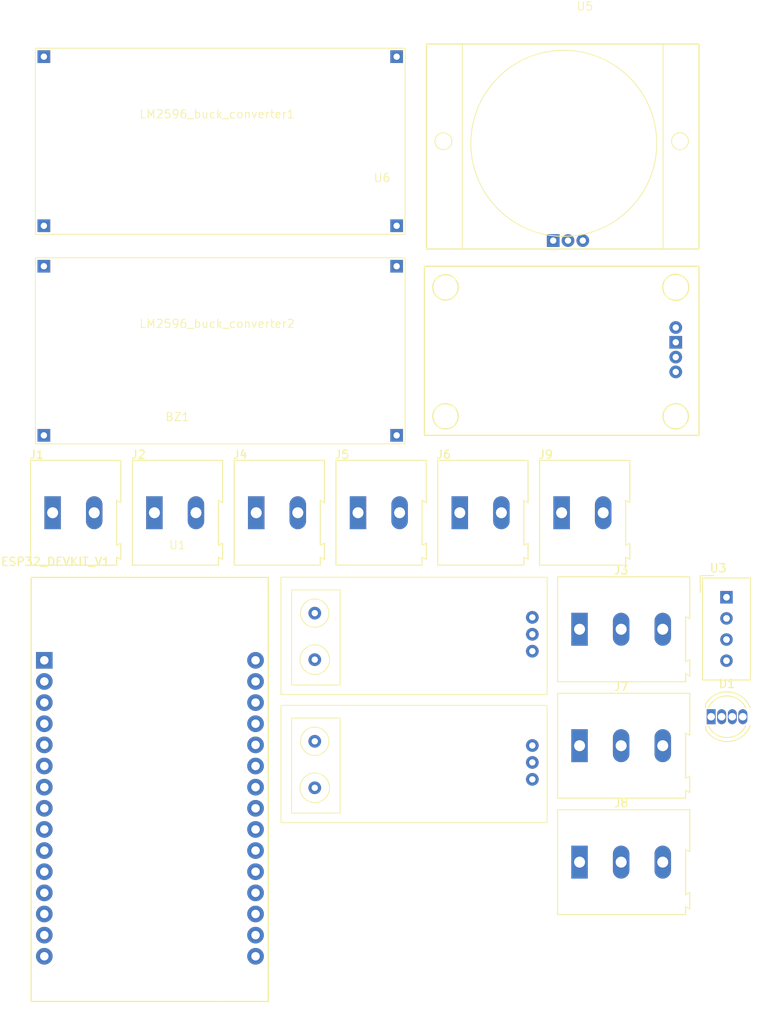
<source format=kicad_pcb>
(kicad_pcb (version 20221018) (generator pcbnew)
  (layers (0 "F.Cu" signal) (31 "B.Cu" signal) (34 "B.Paste" user) (35 "F.Paste" user) (36 "B.SilkS" user "B.Silkscreen") (37 "F.SilkS" user "F.Silkscreen") (38 "B.Mask" user) (39 "F.Mask" user) (44 "Edge.Cuts" user))
  (net 0 "")
  (net 1 "BUZZ")
  (net 2 "GND")
  (net 3 "RED")
  (net 4 "BLUE")
  (net 5 "GREEN")
  (net 9 "ACS")
  (net 11 "PIR")
  (net 12 "SDA")
  (net 15 "+3.3V")
  (net 16 "3V3")
  (net 19 "MQ2")
  (net 21 "DHT")
  (net 24 "RELAY")
  (net 25 "MISO")
  (net 29 "SCK")
  (net 30 "MOSI")
  (net 31 "5V")
  (net 32 "-5V")
  (net 33 "12V")
  (net 34 "IP+")
  (net 35 "IP-")
  (net 36 "+12V")
  (net 37 "-12V")
  (net 38 "3.3V")
  (net 39 "+5V")
  (footprint "esp32:MODULE_ESP32_DEVKIT_V1" (layer "F.Cu") (at -76.37 110.335)
    (fp_text reference "ESP32_DEVKIT_V1" (at -11.355 -27.36) (layer "F.SilkS"))
    (fp_text value "~")
    (fp_line (start -14.28 -25.475) (end -3.211 -25.475) (stroke (width 0.127)) (layer "F.SilkS"))
    (fp_line (start -14.28 -25.475) (end 14.23 -25.475) (stroke (width 0.127)) (layer "F.SilkS"))
    (fp_line (start -14.28 25.475) (end -14.28 -25.475) (stroke (width 0.127)) (layer "F.SilkS"))
    (fp_line (start -14.28 25.475) (end -14.28 -25.475) (stroke (width 0.127)) (layer "F.SilkS"))
    (fp_line (start -14.28 25.475) (end -8.91 25.475) (stroke (width 0.127)) (layer "F.SilkS"))
    (fp_line (start -8.91 25.475) (end 8.78 25.475) (stroke (width 0.127)) (layer "F.SilkS"))
    (fp_line (start -3.211 -25.475) (end 3.5 -25.475) (stroke (width 0.127)) (layer "F.SilkS"))
    (fp_line (start 3.5 -25.475) (end 14.23 -25.475) (stroke (width 0.127)) (layer "F.SilkS"))
    (fp_line (start 8.78 25.475) (end 14.23 25.475) (stroke (width 0.127)) (layer "F.SilkS"))
    (fp_line (start 14.23 -25.475) (end 14.23 25.475) (stroke (width 0.127)) (layer "F.SilkS"))
    (fp_line (start 14.23 -25.475) (end 14.23 25.475) (stroke (width 0.127)) (layer "F.SilkS"))
    (fp_line (start 14.23 25.475) (end -14.28 25.475) (stroke (width 0.127)) (layer "F.SilkS"))
    (pad "" np_thru_hole circle (at -12.28 -23.475) (size 3 3) (drill 3) (layers "*.Cu" "*.Mask"))
    (pad "" np_thru_hole circle (at -12.28 23.475) (size 3 3) (drill 3) (layers "*.Cu" "*.Mask"))
    (pad "" np_thru_hole circle (at 12.23 -23.475) (size 3 3) (drill 3) (layers "*.Cu" "*.Mask"))
    (pad "" np_thru_hole circle (at 12.23 23.475) (size 3 3) (drill 3) (layers "*.Cu" "*.Mask"))
    (pad "1" thru_hole rect (at -12.7 -15.515) (size 2 2) (drill 1.02) (layers "*.Cu" "*.Mask"))
    (pad "2" thru_hole circle (at -12.7 -12.975) (size 2 2) (drill 1.02) (layers "*.Cu" "*.Mask"))
    (pad "3" thru_hole circle (at -12.7 -10.435) (size 2 2) (drill 1.02) (layers "*.Cu" "*.Mask"))
    (pad "4" thru_hole circle (at -12.7 -7.895) (size 2 2) (drill 1.02) (layers "*.Cu" "*.Mask") (net 9 "ACS"))
    (pad "5" thru_hole circle (at -12.7 -5.355) (size 2 2) (drill 1.02) (layers "*.Cu" "*.Mask"))
    (pad "6" thru_hole circle (at -12.7 -2.815) (size 2 2) (drill 1.02) (layers "*.Cu" "*.Mask") (net 11 "PIR"))
    (pad "7" thru_hole circle (at -12.7 -0.275) (size 2 2) (drill 1.02) (layers "*.Cu" "*.Mask") (net 12 "SDA"))
    (pad "8" thru_hole circle (at -12.7 2.265) (size 2 2) (drill 1.02) (layers "*.Cu" "*.Mask") (net 1 "BUZZ"))
    (pad "9" thru_hole circle (at -12.7 4.805) (size 2 2) (drill 1.02) (layers "*.Cu" "*.Mask"))
    (pad "10" thru_hole circle (at -12.7 7.345) (size 2 2) (drill 1.02) (layers "*.Cu" "*.Mask"))
    (pad "11" thru_hole circle (at -12.7 9.885) (size 2 2) (drill 1.02) (layers "*.Cu" "*.Mask") (net 4 "BLUE"))
    (pad "12" thru_hole circle (at -12.7 12.425) (size 2 2) (drill 1.02) (layers "*.Cu" "*.Mask") (net 5 "GREEN"))
    (pad "13" thru_hole circle (at -12.7 14.965) (size 2 2) (drill 1.02) (layers "*.Cu" "*.Mask") (net 3 "RED"))
    (pad "14" thru_hole circle (at -12.7 17.505) (size 2 2) (drill 1.02) (layers "*.Cu" "*.Mask") (net 2 "GND"))
    (pad "15" thru_hole circle (at -12.7 20.045) (size 2 2) (drill 1.02) (layers "*.Cu" "*.Mask") (net 15 "+3.3V"))
    (pad "16" thru_hole circle (at 12.7 20.045) (size 2 2) (drill 1.02) (layers "*.Cu" "*.Mask") (net 16 "3V3"))
    (pad "17" thru_hole circle (at 12.7 17.505) (size 2 2) (drill 1.02) (layers "*.Cu" "*.Mask"))
    (pad "18" thru_hole circle (at 12.7 14.965) (size 2 2) (drill 1.02) (layers "*.Cu" "*.Mask"))
    (pad "19" thru_hole circle (at 12.7 12.425) (size 2 2) (drill 1.02) (layers "*.Cu" "*.Mask") (net 19 "MQ2"))
    (pad "20" thru_hole circle (at 12.7 9.885) (size 2 2) (drill 1.02) (layers "*.Cu" "*.Mask"))
    (pad "21" thru_hole circle (at 12.7 7.345) (size 2 2) (drill 1.02) (layers "*.Cu" "*.Mask") (net 21 "DHT"))
    (pad "22" thru_hole circle (at 12.7 4.805) (size 2 2) (drill 1.02) (layers "*.Cu" "*.Mask"))
    (pad "23" thru_hole circle (at 12.7 2.265) (size 2 2) (drill 1.02) (layers "*.Cu" "*.Mask"))
    (pad "24" thru_hole circle (at 12.7 -0.275) (size 2 2) (drill 1.02) (layers "*.Cu" "*.Mask") (net 24 "RELAY"))
    (pad "25" thru_hole circle (at 12.7 -2.815) (size 2 2) (drill 1.02) (layers "*.Cu" "*.Mask") (net 25 "MISO"))
    (pad "26" thru_hole circle (at 12.7 -5.355) (size 2 2) (drill 1.02) (layers "*.Cu" "*.Mask"))
    (pad "27" thru_hole circle (at 12.7 -7.895) (size 2 2) (drill 1.02) (layers "*.Cu" "*.Mask"))
    (pad "28" thru_hole circle (at 12.7 -10.435) (size 2 2) (drill 1.02) (layers "*.Cu" "*.Mask"))
    (pad "29" thru_hole circle (at 12.7 -12.975) (size 2 2) (drill 1.02) (layers "*.Cu" "*.Mask") (net 29 "SCK"))
    (pad "30" thru_hole circle (at 12.7 -15.515) (size 2 2) (drill 1.02) (layers "*.Cu" "*.Mask") (net 30 "MOSI"))
  )
  (footprint "LED_THT:LED_D5.0mm-4_RGB" (layer "F.Cu") (at -8.89 101.6)
    (fp_text reference "D1" (at 1.905 -3.96) (layer "F.SilkS"))
    (fp_text value "LED_RGBK")
    (fp_line (start -0.655 -1.545) (end -0.655 -1.08) (stroke (width 0.12)) (layer "F.SilkS"))
    (fp_line (start -0.655 1.08) (end -0.655 1.545) (stroke (width 0.12)) (layer "F.SilkS"))
    (fp_arc (start -0.655 -1.54483) (mid 2.163456 -2.978809) (end 4.692815 -1.080827) (stroke (width 0.12)) (layer "F.SilkS"))
    (fp_arc (start -0.349684 -1.08) (mid 1.904762 -2.5) (end 4.159479 -1.080429) (stroke (width 0.12)) (layer "F.SilkS"))
    (fp_arc (start 4.159479 1.080429) (mid 1.904762 2.5) (end -0.349684 1.08) (stroke (width 0.12)) (layer "F.SilkS"))
    (fp_arc (start 4.692815 1.080827) (mid 2.163456 2.978808) (end -0.655 1.54483) (stroke (width 0.12)) (layer "F.SilkS"))
    (pad "1" thru_hole rect (at 0 0) (size 1.07 1.8) (drill 0.9) (layers "*.Cu" "*.Mask") (net 3 "RED"))
    (pad "2" thru_hole oval (at 1.27 0) (size 1.07 1.8) (drill 0.9) (layers "*.Cu" "*.Mask") (net 4 "BLUE"))
    (pad "3" thru_hole oval (at 2.54 0) (size 1.07 1.8) (drill 0.9) (layers "*.Cu" "*.Mask") (net 5 "GREEN"))
    (pad "4" thru_hole oval (at 3.81 0) (size 1.07 1.8) (drill 0.9) (layers "*.Cu" "*.Mask") (net 2 "GND"))
  )
  (footprint "TerminalBlock:TerminalBlock_Altech_AK300-2_P5.00mm" (layer "F.Cu") (at -88.07 77.09)
    (fp_text reference "J1" (at -1.92 -6.99) (layer "F.SilkS"))
    (fp_text value "Fan")
    (fp_line (start -2.65 -6.3) (end -2.65 6.3) (stroke (width 0.12)) (layer "F.SilkS"))
    (fp_line (start -2.65 6.3) (end 7.7 6.3) (stroke (width 0.12)) (layer "F.SilkS"))
    (fp_line (start 7.7 -1.5) (end 8.2 -1.2) (stroke (width 0.12)) (layer "F.SilkS"))
    (fp_line (start 7.7 3.9) (end 7.7 -1.5) (stroke (width 0.12)) (layer "F.SilkS"))
    (fp_line (start 7.7 5.35) (end 8.2 5.6) (stroke (width 0.12)) (layer "F.SilkS"))
    (fp_line (start 7.7 6.3) (end 7.7 5.35) (stroke (width 0.12)) (layer "F.SilkS"))
    (fp_line (start 8.2 -6.3) (end -2.65 -6.3) (stroke (width 0.12)) (layer "F.SilkS"))
    (fp_line (start 8.2 -1.2) (end 8.2 -6.3) (stroke (width 0.12)) (layer "F.SilkS"))
    (fp_line (start 8.2 3.65) (end 7.7 3.9) (stroke (width 0.12)) (layer "F.SilkS"))
    (fp_line (start 8.2 3.7) (end 8.2 3.65) (stroke (width 0.12)) (layer "F.SilkS"))
    (fp_line (start 8.2 5.6) (end 8.2 3.7) (stroke (width 0.12)) (layer "F.SilkS"))
    (pad "1" thru_hole rect (at 0 0) (size 1.98 3.96) (drill 1.32) (layers "*.Cu" "*.Mask") (net 31 "5V"))
    (pad "2" thru_hole oval (at 5 0) (size 1.98 3.96) (drill 1.32) (layers "*.Cu" "*.Mask") (net 32 "-5V"))
  )
  (footprint "Sensor:Aosong_DHT11_5.5x12.0_P2.54mm" (layer "F.Cu") (at -7.045 87.245)
    (fp_text reference "U3" (at -1 -3.5) (layer "F.SilkS"))
    (fp_text value "DHT11")
    (fp_line (start -3.16 -2.6) (end -3.16 -0.6) (stroke (width 0.12)) (layer "F.SilkS"))
    (fp_line (start -3.16 -2.6) (end -1.55 -2.6) (stroke (width 0.12)) (layer "F.SilkS"))
    (fp_line (start -2.88 9.94) (end -2.88 -2.31) (stroke (width 0.12)) (layer "F.SilkS"))
    (fp_line (start -2.87 -2.32) (end 2.87 -2.32) (stroke (width 0.12)) (layer "F.SilkS"))
    (fp_line (start 2.88 -2.32) (end 2.88 9.94) (stroke (width 0.12)) (layer "F.SilkS"))
    (fp_line (start 2.88 9.94) (end -2.88 9.94) (stroke (width 0.12)) (layer "F.SilkS"))
    (pad "1" thru_hole rect (at 0 0) (size 1.5 1.5) (drill 0.8) (layers "*.Cu" "*.Mask") (net 16 "3V3"))
    (pad "2" thru_hole circle (at 0 2.54) (size 1.5 1.5) (drill 0.8) (layers "*.Cu" "*.Mask") (net 21 "DHT"))
    (pad "3" thru_hole circle (at 0 5.08) (size 1.5 1.5) (drill 0.8) (layers "*.Cu" "*.Mask"))
    (pad "4" thru_hole circle (at 0 7.62) (size 1.5 1.5) (drill 0.8) (layers "*.Cu" "*.Mask") (net 2 "GND"))
  )
  (footprint "TerminalBlock:TerminalBlock_Altech_AK300-3_P5.00mm" (layer "F.Cu") (at -24.71 105.08)
    (fp_text reference "J7" (at 5 -7.1) (layer "F.SilkS"))
    (fp_text value "RFID")
    (fp_line (start -2.65 -6.3) (end -2.65 6.3) (stroke (width 0.12)) (layer "F.SilkS"))
    (fp_line (start -2.65 6.3) (end 12.75 6.3) (stroke (width 0.12)) (layer "F.SilkS"))
    (fp_line (start 12.75 -1.5) (end 13.25 -1.25) (stroke (width 0.12)) (layer "F.SilkS"))
    (fp_line (start 12.75 3.9) (end 12.75 -1.5) (stroke (width 0.12)) (layer "F.SilkS"))
    (fp_line (start 12.75 5.35) (end 13.25 5.65) (stroke (width 0.12)) (layer "F.SilkS"))
    (fp_line (start 12.75 6.3) (end 12.75 5.35) (stroke (width 0.12)) (layer "F.SilkS"))
    (fp_line (start 13.25 -6.3) (end -2.65 -6.3) (stroke (width 0.12)) (layer "F.SilkS"))
    (fp_line (start 13.25 -1.25) (end 13.25 -6.3) (stroke (width 0.12)) (layer "F.SilkS"))
    (fp_line (start 13.25 3.65) (end 12.75 3.9) (stroke (width 0.12)) (layer "F.SilkS"))
    (fp_line (start 13.25 5.65) (end 13.25 3.65) (stroke (width 0.12)) (layer "F.SilkS"))
    (pad "1" thru_hole rect (at 0 0) (size 1.98 3.96) (drill 1.32) (layers "*.Cu" "*.Mask") (net 25 "MISO"))
    (pad "2" thru_hole oval (at 5 0) (size 1.98 3.96) (drill 1.32) (layers "*.Cu" "*.Mask") (net 30 "MOSI"))
    (pad "3" thru_hole oval (at 10 0) (size 1.98 3.96) (drill 1.32) (layers "*.Cu" "*.Mask") (net 29 "SCK"))
  )
  (footprint "TerminalBlock:TerminalBlock_Altech_AK300-3_P5.00mm" (layer "F.Cu") (at -24.71 91.09)
    (fp_text reference "J3" (at 5 -7.1) (layer "F.SilkS"))
    (fp_text value "EM LOCK")
    (fp_line (start -2.65 -6.3) (end -2.65 6.3) (stroke (width 0.12)) (layer "F.SilkS"))
    (fp_line (start -2.65 6.3) (end 12.75 6.3) (stroke (width 0.12)) (layer "F.SilkS"))
    (fp_line (start 12.75 -1.5) (end 13.25 -1.25) (stroke (width 0.12)) (layer "F.SilkS"))
    (fp_line (start 12.75 3.9) (end 12.75 -1.5) (stroke (width 0.12)) (layer "F.SilkS"))
    (fp_line (start 12.75 5.35) (end 13.25 5.65) (stroke (width 0.12)) (layer "F.SilkS"))
    (fp_line (start 12.75 6.3) (end 12.75 5.35) (stroke (width 0.12)) (layer "F.SilkS"))
    (fp_line (start 13.25 -6.3) (end -2.65 -6.3) (stroke (width 0.12)) (layer "F.SilkS"))
    (fp_line (start 13.25 -1.25) (end 13.25 -6.3) (stroke (width 0.12)) (layer "F.SilkS"))
    (fp_line (start 13.25 3.65) (end 12.75 3.9) (stroke (width 0.12)) (layer "F.SilkS"))
    (fp_line (start 13.25 5.65) (end 13.25 3.65) (stroke (width 0.12)) (layer "F.SilkS"))
    (pad "1" thru_hole rect (at 0 0) (size 1.98 3.96) (drill 1.32) (layers "*.Cu" "*.Mask") (net 33 "12V"))
    (pad "2" thru_hole oval (at 5 0) (size 1.98 3.96) (drill 1.32) (layers "*.Cu" "*.Mask") (net 2 "GND"))
    (pad "3" thru_hole oval (at 10 0) (size 1.98 3.96) (drill 1.32) (layers "*.Cu" "*.Mask") (net 24 "RELAY"))
  )
  (footprint "DC-DC_Buck_Converter:LM2596_module" (layer "F.Cu") (at -90.138 46.456)
    (fp_text reference "LM2596_buck_converter2" (at 21.844 7.922 unlocked) (layer "F.SilkS") (effects (font (thickness 0.1))))
    (fp_text value "~")
    (fp_rect (start 0 0) (end 44.45 22.352) (stroke (width 0.1)) (fill none) (layer "F.SilkS"))
    (pad "1" thru_hole rect (at 1.016 1.016) (size 1.524 1.524) (drill 0.762) (layers "*.Cu" "*.Mask") (net 36 "+12V"))
    (pad "2" thru_hole rect (at 1.016 21.336) (size 1.524 1.524) (drill 0.762) (layers "*.Cu" "*.Mask") (net 37 "-12V"))
    (pad "3" thru_hole rect (at 43.434 1.016) (size 1.524 1.524) (drill 0.762) (layers "*.Cu" "*.Mask") (net 15 "+3.3V"))
    (pad "4" thru_hole rect (at 43.434 21.336) (size 1.524 1.524) (drill 0.762) (layers "*.Cu" "*.Mask") (net 2 "GND"))
  )
  (footprint "TerminalBlock:TerminalBlock_Altech_AK300-2_P5.00mm" (layer "F.Cu") (at -63.59 77.09)
    (fp_text reference "J4" (at -1.92 -6.99) (layer "F.SilkS"))
    (fp_text value "ACS712 Signal")
    (fp_line (start -2.65 -6.3) (end -2.65 6.3) (stroke (width 0.12)) (layer "F.SilkS"))
    (fp_line (start -2.65 6.3) (end 7.7 6.3) (stroke (width 0.12)) (layer "F.SilkS"))
    (fp_line (start 7.7 -1.5) (end 8.2 -1.2) (stroke (width 0.12)) (layer "F.SilkS"))
    (fp_line (start 7.7 3.9) (end 7.7 -1.5) (stroke (width 0.12)) (layer "F.SilkS"))
    (fp_line (start 7.7 5.35) (end 8.2 5.6) (stroke (width 0.12)) (layer "F.SilkS"))
    (fp_line (start 7.7 6.3) (end 7.7 5.35) (stroke (width 0.12)) (layer "F.SilkS"))
    (fp_line (start 8.2 -6.3) (end -2.65 -6.3) (stroke (width 0.12)) (layer "F.SilkS"))
    (fp_line (start 8.2 -1.2) (end 8.2 -6.3) (stroke (width 0.12)) (layer "F.SilkS"))
    (fp_line (start 8.2 3.65) (end 7.7 3.9) (stroke (width 0.12)) (layer "F.SilkS"))
    (fp_line (start 8.2 3.7) (end 8.2 3.65) (stroke (width 0.12)) (layer "F.SilkS"))
    (fp_line (start 8.2 5.6) (end 8.2 3.7) (stroke (width 0.12)) (layer "F.SilkS"))
    (pad "1" thru_hole rect (at 0 0) (size 1.98 3.96) (drill 1.32) (layers "*.Cu" "*.Mask") (net 34 "IP+"))
    (pad "2" thru_hole oval (at 5 0) (size 1.98 3.96) (drill 1.32) (layers "*.Cu" "*.Mask") (net 35 "IP-"))
  )
  (footprint "TerminalBlock:TerminalBlock_Altech_AK300-2_P5.00mm" (layer "F.Cu") (at -75.83 77.09)
    (fp_text reference "J2" (at -1.92 -6.99) (layer "F.SilkS"))
    (fp_text value "LCD")
    (fp_line (start -2.65 -6.3) (end -2.65 6.3) (stroke (width 0.12)) (layer "F.SilkS"))
    (fp_line (start -2.65 6.3) (end 7.7 6.3) (stroke (width 0.12)) (layer "F.SilkS"))
    (fp_line (start 7.7 -1.5) (end 8.2 -1.2) (stroke (width 0.12)) (layer "F.SilkS"))
    (fp_line (start 7.7 3.9) (end 7.7 -1.5) (stroke (width 0.12)) (layer "F.SilkS"))
    (fp_line (start 7.7 5.35) (end 8.2 5.6) (stroke (width 0.12)) (layer "F.SilkS"))
    (fp_line (start 7.7 6.3) (end 7.7 5.35) (stroke (width 0.12)) (layer "F.SilkS"))
    (fp_line (start 8.2 -6.3) (end -2.65 -6.3) (stroke (width 0.12)) (layer "F.SilkS"))
    (fp_line (start 8.2 -1.2) (end 8.2 -6.3) (stroke (width 0.12)) (layer "F.SilkS"))
    (fp_line (start 8.2 3.65) (end 7.7 3.9) (stroke (width 0.12)) (layer "F.SilkS"))
    (fp_line (start 8.2 3.7) (end 8.2 3.65) (stroke (width 0.12)) (layer "F.SilkS"))
    (fp_line (start 8.2 5.6) (end 8.2 3.7) (stroke (width 0.12)) (layer "F.SilkS"))
    (pad "1" thru_hole rect (at 0 0) (size 1.98 3.96) (drill 1.32) (layers "*.Cu" "*.Mask") (net 31 "5V"))
    (pad "2" thru_hole oval (at 5 0) (size 1.98 3.96) (drill 1.32) (layers "*.Cu" "*.Mask") (net 32 "-5V"))
  )
  (footprint "TerminalBlock:TerminalBlock_Altech_AK300-2_P5.00mm" (layer "F.Cu") (at -26.87 77.09)
    (fp_text reference "J9" (at -1.92 -6.99) (layer "F.SilkS"))
    (fp_text value "LCD ")
    (fp_line (start -2.65 -6.3) (end -2.65 6.3) (stroke (width 0.12)) (layer "F.SilkS"))
    (fp_line (start -2.65 6.3) (end 7.7 6.3) (stroke (width 0.12)) (layer "F.SilkS"))
    (fp_line (start 7.7 -1.5) (end 8.2 -1.2) (stroke (width 0.12)) (layer "F.SilkS"))
    (fp_line (start 7.7 3.9) (end 7.7 -1.5) (stroke (width 0.12)) (layer "F.SilkS"))
    (fp_line (start 7.7 5.35) (end 8.2 5.6) (stroke (width 0.12)) (layer "F.SilkS"))
    (fp_line (start 7.7 6.3) (end 7.7 5.35) (stroke (width 0.12)) (layer "F.SilkS"))
    (fp_line (start 8.2 -6.3) (end -2.65 -6.3) (stroke (width 0.12)) (layer "F.SilkS"))
    (fp_line (start 8.2 -1.2) (end 8.2 -6.3) (stroke (width 0.12)) (layer "F.SilkS"))
    (fp_line (start 8.2 3.65) (end 7.7 3.9) (stroke (width 0.12)) (layer "F.SilkS"))
    (fp_line (start 8.2 3.7) (end 8.2 3.65) (stroke (width 0.12)) (layer "F.SilkS"))
    (fp_line (start 8.2 5.6) (end 8.2 3.7) (stroke (width 0.12)) (layer "F.SilkS"))
    (pad "1" thru_hole rect (at 0 0) (size 1.98 3.96) (drill 1.32) (layers "*.Cu" "*.Mask") (net 12 "SDA"))
    (pad "2" thru_hole oval (at 5 0) (size 1.98 3.96) (drill 1.32) (layers "*.Cu" "*.Mask") (net 29 "SCK"))
  )
  (footprint "DC-DC_Buck_Converter:LM2596_module" (layer "F.Cu") (at -90.138 21.276)
    (fp_text reference "LM2596_buck_converter1" (at 21.844 7.922 unlocked) (layer "F.SilkS") (effects (font (thickness 0.1))))
    (fp_text value "~")
    (fp_rect (start 0 0) (end 44.45 22.352) (stroke (width 0.1)) (fill none) (layer "F.SilkS"))
    (pad "1" thru_hole rect (at 1.016 1.016) (size 1.524 1.524) (drill 0.762) (layers "*.Cu" "*.Mask") (net 36 "+12V"))
    (pad "2" thru_hole rect (at 1.016 21.336) (size 1.524 1.524) (drill 0.762) (layers "*.Cu" "*.Mask") (net 37 "-12V"))
    (pad "3" thru_hole rect (at 43.434 1.016) (size 1.524 1.524) (drill 0.762) (layers "*.Cu" "*.Mask") (net 39 "+5V"))
    (pad "4" thru_hole rect (at 43.434 21.336) (size 1.524 1.524) (drill 0.762) (layers "*.Cu" "*.Mask") (net 2 "GND"))
  )
  (footprint "TerminalBlock:TerminalBlock_Altech_AK300-3_P5.00mm" (layer "F.Cu") (at -24.71 119.07)
    (fp_text reference "J8" (at 5 -7.1) (layer "F.SilkS"))
    (fp_text value "RFID")
    (fp_line (start -2.65 -6.3) (end -2.65 6.3) (stroke (width 0.12)) (layer "F.SilkS"))
    (fp_line (start -2.65 6.3) (end 12.75 6.3) (stroke (width 0.12)) (layer "F.SilkS"))
    (fp_line (start 12.75 -1.5) (end 13.25 -1.25) (stroke (width 0.12)) (layer "F.SilkS"))
    (fp_line (start 12.75 3.9) (end 12.75 -1.5) (stroke (width 0.12)) (layer "F.SilkS"))
    (fp_line (start 12.75 5.35) (end 13.25 5.65) (stroke (width 0.12)) (layer "F.SilkS"))
    (fp_line (start 12.75 6.3) (end 12.75 5.35) (stroke (width 0.12)) (layer "F.SilkS"))
    (fp_line (start 13.25 -6.3) (end -2.65 -6.3) (stroke (width 0.12)) (layer "F.SilkS"))
    (fp_line (start 13.25 -1.25) (end 13.25 -6.3) (stroke (width 0.12)) (layer "F.SilkS"))
    (fp_line (start 13.25 3.65) (end 12.75 3.9) (stroke (width 0.12)) (layer "F.SilkS"))
    (fp_line (start 13.25 5.65) (end 13.25 3.65) (stroke (width 0.12)) (layer "F.SilkS"))
    (pad "1" thru_hole rect (at 0 0) (size 1.98 3.96) (drill 1.32) (layers "*.Cu" "*.Mask") (net 12 "SDA"))
    (pad "2" thru_hole oval (at 5 0) (size 1.98 3.96) (drill 1.32) (layers "*.Cu" "*.Mask") (net 38 "3.3V"))
    (pad "3" thru_hole oval (at 10 0) (size 1.98 3.96) (drill 1.32) (layers "*.Cu" "*.Mask") (net 2 "GND"))
  )
  (footprint "Sensor_motion_PIR:PIR_HC-S501" (layer "F.Cu") (at -23.052 26.102)
    (fp_text reference "U5" (at -1.016 -9.858 unlocked) (layer "F.SilkS") (effects (font (thickness 0.1))))
    (fp_text value "PIR")
    (fp_line (start -15.748 -5.334) (end -15.748 19.304) (stroke (width 0.1)) (layer "F.SilkS"))
    (fp_line (start 8.382 -5.334) (end 8.382 19.304) (stroke (width 0.1)) (layer "F.SilkS"))
    (fp_rect (start -20.066 -5.334) (end 12.7 19.304) (stroke (width 0.15)) (fill none) (layer "F.SilkS"))
    (fp_circle (center -18.034 6.35) (end -18.034 5.334) (stroke (width 0.1)) (fill none) (layer "F.SilkS"))
    (fp_circle (center -3.556 6.604) (end -3.556 -4.572) (stroke (width 0.1)) (fill none) (layer "F.SilkS"))
    (fp_circle (center 10.414 6.35) (end 10.414 5.334) (stroke (width 0.1)) (fill none) (layer "F.SilkS"))
    (pad "1" thru_hole rect (at -4.826 18.288) (size 1.524 1.524) (drill 0.762) (layers "*.Cu" "*.Mask") (net 2 "GND"))
    (pad "2" thru_hole circle (at -3.048 18.288) (size 1.524 1.524) (drill 0.762) (layers "*.Cu" "*.Mask") (net 11 "PIR"))
    (pad "3" thru_hole circle (at -1.27 18.288) (size 1.524 1.524) (drill 0.762) (layers "*.Cu" "*.Mask") (net 16 "3V3"))
  )
  (footprint "TerminalBlock:TerminalBlock_Altech_AK300-2_P5.00mm" (layer "F.Cu") (at -51.35 77.09)
    (fp_text reference "J5" (at -1.92 -6.99) (layer "F.SilkS"))
    (fp_text value "Power In")
    (fp_line (start -2.65 -6.3) (end -2.65 6.3) (stroke (width 0.12)) (layer "F.SilkS"))
    (fp_line (start -2.65 6.3) (end 7.7 6.3) (stroke (width 0.12)) (layer "F.SilkS"))
    (fp_line (start 7.7 -1.5) (end 8.2 -1.2) (stroke (width 0.12)) (layer "F.SilkS"))
    (fp_line (start 7.7 3.9) (end 7.7 -1.5) (stroke (width 0.12)) (layer "F.SilkS"))
    (fp_line (start 7.7 5.35) (end 8.2 5.6) (stroke (width 0.12)) (layer "F.SilkS"))
    (fp_line (start 7.7 6.3) (end 7.7 5.35) (stroke (width 0.12)) (layer "F.SilkS"))
    (fp_line (start 8.2 -6.3) (end -2.65 -6.3) (stroke (width 0.12)) (layer "F.SilkS"))
    (fp_line (start 8.2 -1.2) (end 8.2 -6.3) (stroke (width 0.12)) (layer "F.SilkS"))
    (fp_line (start 8.2 3.65) (end 7.7 3.9) (stroke (width 0.12)) (layer "F.SilkS"))
    (fp_line (start 8.2 3.7) (end 8.2 3.65) (stroke (width 0.12)) (layer "F.SilkS"))
    (fp_line (start 8.2 5.6) (end 8.2 3.7) (stroke (width 0.12)) (layer "F.SilkS"))
    (pad "1" thru_hole rect (at 0 0) (size 1.98 3.96) (drill 1.32) (layers "*.Cu" "*.Mask") (net 36 "+12V"))
    (pad "2" thru_hole oval (at 5 0) (size 1.98 3.96) (drill 1.32) (layers "*.Cu" "*.Mask") (net 37 "-12V"))
  )
  (footprint "Sensor_Current:ACS712_5B" (layer "F.Cu") (at -60.615 84.835)
    (fp_text reference "BZ1" (at -12.446 -19.256 unlocked) (layer "F.SilkS") (effects (font (thickness 0.1))))
    (fp_text value "Buzzer")
    (fp_rect (start 0 0) (end 32.004 14.097) (stroke (width 0.1)) (fill none) (layer "F.SilkS"))
    (fp_rect (start 1.27 1.524) (end 7.112 12.954) (stroke (width 0.1)) (fill none) (layer "F.SilkS"))
    (fp_circle (center 4.064 4.318) (end 4.826 5.842) (stroke (width 0.1)) (fill none) (layer "F.SilkS"))
    (fp_circle (center 4.064 9.906) (end 4.064 8.128) (stroke (width 0.1)) (fill none) (layer "F.SilkS"))
    (pad "1" thru_hole circle (at 30.226 4.826) (size 1.524 1.524) (drill 0.762) (layers "*.Cu" "*.Mask") (net 1 "BUZZ"))
    (pad "2" thru_hole circle (at 30.226 6.858) (size 1.524 1.524) (drill 0.762) (layers "*.Cu" "*.Mask") (net 2 "GND"))
    (pad "3" thru_hole circle (at 30.226 8.89) (size 1.524 1.524) (drill 0.762) (layers "*.Cu" "*.Mask"))
    (pad "4" thru_hole circle (at 4.064 4.318) (size 1.524 1.524) (drill 0.762) (layers "*.Cu" "*.Mask"))
    (pad "5" thru_hole circle (at 4.064 9.906) (size 1.524 1.524) (drill 0.762) (layers "*.Cu" "*.Mask"))
  )
  (footprint "Sensor_Gas:MQ2" (layer "F.Cu") (at -43.372 47.468)
    (fp_text reference "U6" (at -5.08 -10.62 unlocked) (layer "F.SilkS") (effects (font (thickness 0.1))))
    (fp_text value "MQ2")
    (fp_rect (start 0 0) (end 33.02 20.32) (stroke (width 0.15)) (fill none) (layer "F.SilkS"))
    (fp_circle (center 2.54 2.54) (end 2.54 1.016) (stroke (width 0.15)) (fill none) (layer "F.SilkS"))
    (fp_circle (center 2.54 18.034) (end 2.54 16.51) (stroke (width 0.15)) (fill none) (layer "F.SilkS"))
    (fp_circle (center 30.226 2.54) (end 31.334763 3.648763) (stroke (width 0.15)) (fill none) (layer "F.SilkS"))
    (fp_circle (center 30.226 18.034) (end 31.75 18.034) (stroke (width 0.15)) (fill none) (layer "F.SilkS"))
    (pad "1" thru_hole circle (at 30.226 7.366) (size 1.524 1.524) (drill 0.762) (layers "*.Cu" "*.Mask") (net 16 "3V3"))
    (pad "2" thru_hole rect (at 30.226 9.144) (size 1.524 1.524) (drill 0.762) (layers "*.Cu" "*.Mask") (net 2 "GND"))
    (pad "3" thru_hole circle (at 30.226 10.922) (size 1.524 1.524) (drill 0.762) (layers "*.Cu" "*.Mask"))
    (pad "4" thru_hole circle (at 30.226 12.7) (size 1.524 1.524) (drill 0.762) (layers "*.Cu" "*.Mask") (net 19 "MQ2"))
  )
  (footprint "Sensor_Current:ACS712_5B" (layer "F.Cu") (at -60.615 100.232)
    (fp_text reference "U1" (at -12.446 -19.256 unlocked) (layer "F.SilkS") (effects (font (thickness 0.1))))
    (fp_text value "ACS712")
    (fp_rect (start 0 0) (end 32.004 14.097) (stroke (width 0.1)) (fill none) (layer "F.SilkS"))
    (fp_rect (start 1.27 1.524) (end 7.112 12.954) (stroke (width 0.1)) (fill none) (layer "F.SilkS"))
    (fp_circle (center 4.064 4.318) (end 4.826 5.842) (stroke (width 0.1)) (fill none) (layer "F.SilkS"))
    (fp_circle (center 4.064 9.906) (end 4.064 8.128) (stroke (width 0.1)) (fill none) (layer "F.SilkS"))
    (pad "1" thru_hole circle (at 30.226 4.826) (size 1.524 1.524) (drill 0.762) (layers "*.Cu" "*.Mask") (net 39 "+5V"))
    (pad "2" thru_hole circle (at 30.226 6.858) (size 1.524 1.524) (drill 0.762) (layers "*.Cu" "*.Mask") (net 9 "ACS"))
    (pad "3" thru_hole circle (at 30.226 8.89) (size 1.524 1.524) (drill 0.762) (layers "*.Cu" "*.Mask") (net 2 "GND"))
    (pad "4" thru_hole circle (at 4.064 4.318) (size 1.524 1.524) (drill 0.762) (layers "*.Cu" "*.Mask"))
    (pad "5" thru_hole circle (at 4.064 9.906) (size 1.524 1.524) (drill 0.762) (layers "*.Cu" "*.Mask"))
  )
  (footprint "TerminalBlock:TerminalBlock_Altech_AK300-2_P5.00mm" (layer "F.Cu") (at -39.11 77.09)
    (fp_text reference "J6" (at -1.92 -6.99) (layer "F.SilkS"))
    (fp_text value "ACS712 Power")
    (fp_line (start -2.65 -6.3) (end -2.65 6.3) (stroke (width 0.12)) (layer "F.SilkS"))
    (fp_line (start -2.65 6.3) (end 7.7 6.3) (stroke (width 0.12)) (layer "F.SilkS"))
    (fp_line (start 7.7 -1.5) (end 8.2 -1.2) (stroke (width 0.12)) (layer "F.SilkS"))
    (fp_line (start 7.7 3.9) (end 7.7 -1.5) (stroke (width 0.12)) (layer "F.SilkS"))
    (fp_line (start 7.7 5.35) (end 8.2 5.6) (stroke (width 0.12)) (layer "F.SilkS"))
    (fp_line (start 7.7 6.3) (end 7.7 5.35) (stroke (width 0.12)) (layer "F.SilkS"))
    (fp_line (start 8.2 -6.3) (end -2.65 -6.3) (stroke (width 0.12)) (layer "F.SilkS"))
    (fp_line (start 8.2 -1.2) (end 8.2 -6.3) (stroke (width 0.12)) (layer "F.SilkS"))
    (fp_line (start 8.2 3.65) (end 7.7 3.9) (stroke (width 0.12)) (layer "F.SilkS"))
    (fp_line (start 8.2 3.7) (end 8.2 3.65) (stroke (width 0.12)) (layer "F.SilkS"))
    (fp_line (start 8.2 5.6) (end 8.2 3.7) (stroke (width 0.12)) (layer "F.SilkS"))
    (pad "1" thru_hole rect (at 0 0) (size 1.98 3.96) (drill 1.32) (layers "*.Cu" "*.Mask") (net 31 "5V"))
    (pad "2" thru_hole oval (at 5 0) (size 1.98 3.96) (drill 1.32) (layers "*.Cu" "*.Mask") (net 32 "-5V"))
  )
)
</source>
